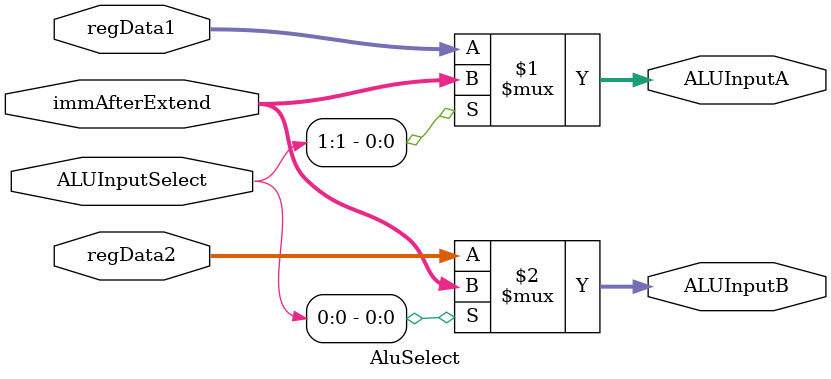
<source format=v>
`timescale 1ns/1ps

/*
	All Lines:
	--------------------------------------------------------------------------------------------------
	currentCommand			extendMood				immToExtend					immAfterExtend
	ALUInputSelect			ALUInputA				ALUInputB					ALUOperation
	ALUOutput				ALUIsZero				regData1					regData2
	writeToReg31			regWriteEnabled			regReadAddr1				regReadAddr2
	regWriteAddr3			dataWriteToReg			selectOfBranchOrNext		selectOfJumpSource
	branchAddr				jumpAddrFormReg			jumpAddrFromImm				currentCommandAddr
	nextCommandAddr			memOrALUToReg			memWriteEnabled				branchControl
	regWriteAddrSelect		loadWriteMood			linkWhenJump				addrOfDataInMem
	dataWriteToMem			dataGiveToReg
	--------------------------------------------------------------------------------------------------
*/

module AluSelect(
		input [31:0] regData1,
		input [31:0] regData2,
		input [31:0] immAfterExtend,
		input [1:0] ALUInputSelect,
		output [31:0] ALUInputA,
		output [31:0] ALUInputB
	);

	assign ALUInputA=ALUInputSelect[1]?immAfterExtend:regData1;
	assign ALUInputB=ALUInputSelect[0]?immAfterExtend:regData2;

endmodule
</source>
